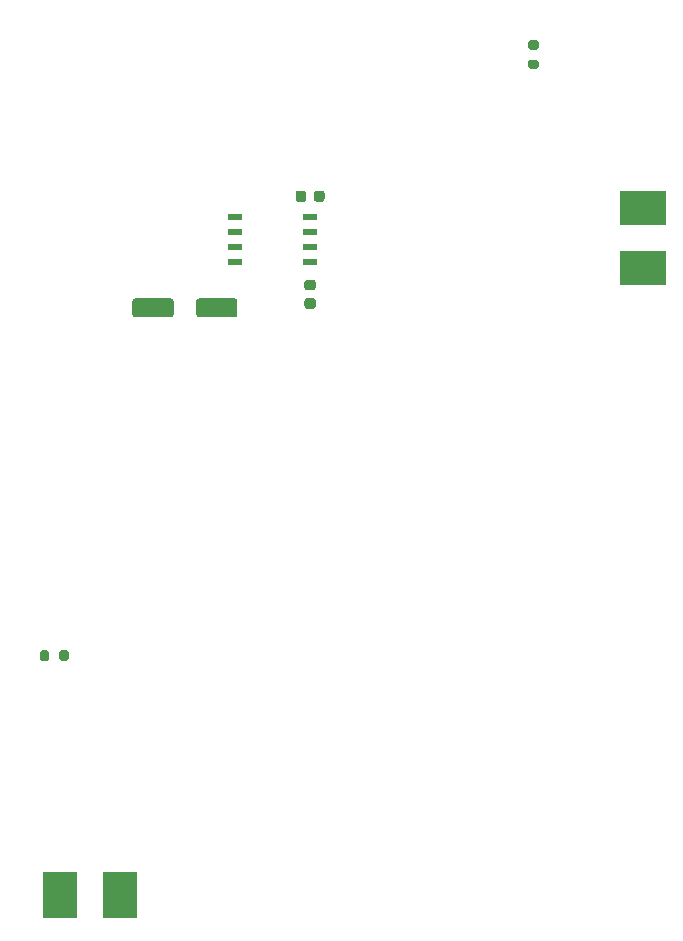
<source format=gbp>
G04 #@! TF.GenerationSoftware,KiCad,Pcbnew,5.1.12-84ad8e8a86~92~ubuntu20.04.1*
G04 #@! TF.CreationDate,2021-12-15T11:08:09-07:00*
G04 #@! TF.ProjectId,The Ear Tool,54686520-4561-4722-9054-6f6f6c2e6b69,1.3*
G04 #@! TF.SameCoordinates,Original*
G04 #@! TF.FileFunction,Paste,Bot*
G04 #@! TF.FilePolarity,Positive*
%FSLAX46Y46*%
G04 Gerber Fmt 4.6, Leading zero omitted, Abs format (unit mm)*
G04 Created by KiCad (PCBNEW 5.1.12-84ad8e8a86~92~ubuntu20.04.1) date 2021-12-15 11:08:09*
%MOMM*%
%LPD*%
G01*
G04 APERTURE LIST*
%ADD10R,3.000000X4.000000*%
%ADD11R,4.000000X3.000000*%
%ADD12R,1.143000X0.508000*%
G04 APERTURE END LIST*
G36*
G01*
X13750000Y-34500000D02*
X13750000Y-35600000D01*
G75*
G02*
X13500000Y-35850000I-250000J0D01*
G01*
X10500000Y-35850000D01*
G75*
G02*
X10250000Y-35600000I0J250000D01*
G01*
X10250000Y-34500000D01*
G75*
G02*
X10500000Y-34250000I250000J0D01*
G01*
X13500000Y-34250000D01*
G75*
G02*
X13750000Y-34500000I0J-250000D01*
G01*
G37*
G36*
G01*
X19150000Y-34500000D02*
X19150000Y-35600000D01*
G75*
G02*
X18900000Y-35850000I-250000J0D01*
G01*
X15900000Y-35850000D01*
G75*
G02*
X15650000Y-35600000I0J250000D01*
G01*
X15650000Y-34500000D01*
G75*
G02*
X15900000Y-34250000I250000J0D01*
G01*
X18900000Y-34250000D01*
G75*
G02*
X19150000Y-34500000I0J-250000D01*
G01*
G37*
D10*
X4110000Y-84755060D03*
X9190000Y-84755060D03*
D11*
X53500000Y-26560000D03*
X53500000Y-31640000D03*
G36*
G01*
X3225000Y-64225000D02*
X3225000Y-64775000D01*
G75*
G02*
X3025000Y-64975000I-200000J0D01*
G01*
X2625000Y-64975000D01*
G75*
G02*
X2425000Y-64775000I0J200000D01*
G01*
X2425000Y-64225000D01*
G75*
G02*
X2625000Y-64025000I200000J0D01*
G01*
X3025000Y-64025000D01*
G75*
G02*
X3225000Y-64225000I0J-200000D01*
G01*
G37*
G36*
G01*
X4875000Y-64225000D02*
X4875000Y-64775000D01*
G75*
G02*
X4675000Y-64975000I-200000J0D01*
G01*
X4275000Y-64975000D01*
G75*
G02*
X4075000Y-64775000I0J200000D01*
G01*
X4075000Y-64225000D01*
G75*
G02*
X4275000Y-64025000I200000J0D01*
G01*
X4675000Y-64025000D01*
G75*
G02*
X4875000Y-64225000I0J-200000D01*
G01*
G37*
G36*
G01*
X44475000Y-13175000D02*
X43925000Y-13175000D01*
G75*
G02*
X43725000Y-12975000I0J200000D01*
G01*
X43725000Y-12575000D01*
G75*
G02*
X43925000Y-12375000I200000J0D01*
G01*
X44475000Y-12375000D01*
G75*
G02*
X44675000Y-12575000I0J-200000D01*
G01*
X44675000Y-12975000D01*
G75*
G02*
X44475000Y-13175000I-200000J0D01*
G01*
G37*
G36*
G01*
X44475000Y-14825000D02*
X43925000Y-14825000D01*
G75*
G02*
X43725000Y-14625000I0J200000D01*
G01*
X43725000Y-14225000D01*
G75*
G02*
X43925000Y-14025000I200000J0D01*
G01*
X44475000Y-14025000D01*
G75*
G02*
X44675000Y-14225000I0J-200000D01*
G01*
X44675000Y-14625000D01*
G75*
G02*
X44475000Y-14825000I-200000J0D01*
G01*
G37*
G36*
G01*
X25550000Y-33575000D02*
X25050000Y-33575000D01*
G75*
G02*
X24825000Y-33350000I0J225000D01*
G01*
X24825000Y-32900000D01*
G75*
G02*
X25050000Y-32675000I225000J0D01*
G01*
X25550000Y-32675000D01*
G75*
G02*
X25775000Y-32900000I0J-225000D01*
G01*
X25775000Y-33350000D01*
G75*
G02*
X25550000Y-33575000I-225000J0D01*
G01*
G37*
G36*
G01*
X25550000Y-35125000D02*
X25050000Y-35125000D01*
G75*
G02*
X24825000Y-34900000I0J225000D01*
G01*
X24825000Y-34450000D01*
G75*
G02*
X25050000Y-34225000I225000J0D01*
G01*
X25550000Y-34225000D01*
G75*
G02*
X25775000Y-34450000I0J-225000D01*
G01*
X25775000Y-34900000D01*
G75*
G02*
X25550000Y-35125000I-225000J0D01*
G01*
G37*
G36*
G01*
X25625000Y-25850000D02*
X25625000Y-25350000D01*
G75*
G02*
X25850000Y-25125000I225000J0D01*
G01*
X26300000Y-25125000D01*
G75*
G02*
X26525000Y-25350000I0J-225000D01*
G01*
X26525000Y-25850000D01*
G75*
G02*
X26300000Y-26075000I-225000J0D01*
G01*
X25850000Y-26075000D01*
G75*
G02*
X25625000Y-25850000I0J225000D01*
G01*
G37*
G36*
G01*
X24075000Y-25850000D02*
X24075000Y-25350000D01*
G75*
G02*
X24300000Y-25125000I225000J0D01*
G01*
X24750000Y-25125000D01*
G75*
G02*
X24975000Y-25350000I0J-225000D01*
G01*
X24975000Y-25850000D01*
G75*
G02*
X24750000Y-26075000I-225000J0D01*
G01*
X24300000Y-26075000D01*
G75*
G02*
X24075000Y-25850000I0J225000D01*
G01*
G37*
D12*
X25275000Y-31205000D03*
X25275000Y-29935000D03*
X25275000Y-28665000D03*
X25275000Y-27395000D03*
X18925000Y-27395000D03*
X18925000Y-28665000D03*
X18925000Y-29935000D03*
X18925000Y-31205000D03*
M02*

</source>
